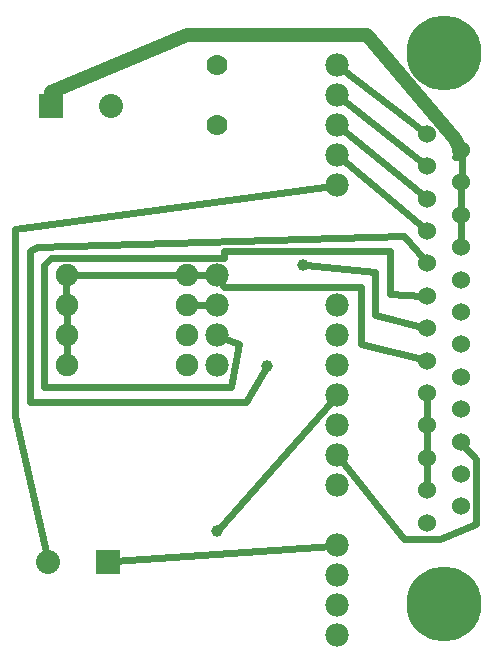
<source format=gbl>
G04 MADE WITH FRITZING*
G04 WWW.FRITZING.ORG*
G04 DOUBLE SIDED*
G04 HOLES PLATED*
G04 CONTOUR ON CENTER OF CONTOUR VECTOR*
%ASAXBY*%
%FSLAX23Y23*%
%MOIN*%
%OFA0B0*%
%SFA1.0B1.0*%
%ADD10C,0.078000*%
%ADD11C,0.080000*%
%ADD12C,0.075000*%
%ADD13C,0.060000*%
%ADD14C,0.250000*%
%ADD15C,0.070000*%
%ADD16C,0.039370*%
%ADD17R,0.080000X0.080000*%
%ADD18C,0.024000*%
%ADD19C,0.048000*%
%ADD20R,0.001000X0.001000*%
%LNCOPPER0*%
G90*
G70*
G54D10*
X2813Y2287D03*
X2813Y2187D03*
X2813Y2087D03*
X2813Y1987D03*
X2813Y1887D03*
X2813Y687D03*
X2813Y587D03*
X2813Y487D03*
X2813Y387D03*
X2413Y1587D03*
X2413Y1487D03*
X2413Y1387D03*
X2413Y1287D03*
G54D11*
X1858Y2152D03*
X2058Y2152D03*
X2048Y632D03*
X1848Y632D03*
G54D12*
X1913Y1287D03*
X2313Y1287D03*
X1913Y1387D03*
X2313Y1387D03*
X1913Y1487D03*
X2313Y1487D03*
X1913Y1587D03*
X2313Y1587D03*
G54D13*
X3113Y2059D03*
X3113Y1951D03*
X3113Y1843D03*
X3113Y1735D03*
X3113Y1627D03*
X3113Y1519D03*
X3113Y1411D03*
X3113Y1303D03*
X3113Y1195D03*
X3113Y1087D03*
X3113Y979D03*
X3113Y871D03*
X3113Y763D03*
X3225Y2005D03*
X3225Y1897D03*
X3225Y1789D03*
X3225Y1681D03*
X3225Y1573D03*
X3225Y1465D03*
X3225Y1357D03*
X3225Y1249D03*
X3225Y1141D03*
X3225Y1033D03*
X3225Y925D03*
X3225Y817D03*
G54D14*
X3169Y493D03*
X3169Y2329D03*
G54D10*
X2813Y1487D03*
X2813Y1387D03*
X2813Y1287D03*
X2813Y1187D03*
X2813Y1087D03*
X2813Y987D03*
X2813Y887D03*
G54D15*
X2413Y2087D03*
X2413Y2287D03*
G54D16*
X2412Y734D03*
X2700Y1622D03*
X2580Y1286D03*
G54D17*
X1858Y2152D03*
X2048Y632D03*
G54D18*
X1913Y1587D02*
X2295Y1587D01*
D02*
X2394Y1587D02*
X1913Y1587D01*
G54D19*
D02*
X1859Y2172D02*
X1860Y2198D01*
X1860Y2198D02*
X2313Y2387D01*
D02*
X2313Y2387D02*
X2913Y2387D01*
D02*
X2913Y2387D02*
X3204Y2042D01*
X3204Y2042D02*
X3216Y2021D01*
G54D18*
D02*
X2068Y634D02*
X2794Y686D01*
D02*
X2828Y2276D02*
X3099Y2070D01*
D02*
X3236Y1020D02*
X3276Y974D01*
X3276Y974D02*
X3276Y758D01*
X3276Y758D02*
X3156Y710D01*
X3156Y710D02*
X3036Y710D01*
X3036Y710D02*
X2825Y973D01*
D02*
X2417Y740D02*
X2800Y1173D01*
D02*
X2828Y1975D02*
X3100Y1747D01*
D02*
X2828Y2176D02*
X3099Y1962D01*
D02*
X2828Y2075D02*
X3099Y1854D01*
D02*
X2423Y1571D02*
X2436Y1550D01*
X2436Y1550D02*
X2892Y1550D01*
X2892Y1550D02*
X2892Y1358D01*
X2892Y1358D02*
X3096Y1308D01*
D02*
X2330Y1487D02*
X2394Y1487D01*
D02*
X3096Y1416D02*
X2940Y1454D01*
X2940Y1454D02*
X2940Y1598D01*
X2940Y1598D02*
X2708Y1621D01*
D02*
X3113Y962D02*
X3113Y889D01*
D02*
X3113Y1070D02*
X3113Y997D01*
D02*
X3113Y1178D02*
X3113Y1105D01*
D02*
X3095Y1520D02*
X2988Y1526D01*
X2988Y1526D02*
X2988Y1670D01*
X2988Y1670D02*
X2436Y1670D01*
X2436Y1670D02*
X2436Y1646D01*
X2436Y1646D02*
X1860Y1646D01*
X1860Y1646D02*
X1836Y1622D01*
X1836Y1622D02*
X1836Y1214D01*
X1836Y1214D02*
X2460Y1214D01*
X2460Y1214D02*
X2484Y1358D01*
X2484Y1358D02*
X2431Y1380D01*
D02*
X3102Y1641D02*
X3036Y1718D01*
X3036Y1718D02*
X1812Y1682D01*
X1812Y1682D02*
X1788Y1670D01*
X1788Y1670D02*
X1788Y1166D01*
X1788Y1166D02*
X2508Y1166D01*
X2508Y1166D02*
X2576Y1279D01*
D02*
X3225Y1880D02*
X3225Y1807D01*
D02*
X3225Y1699D02*
X3225Y1772D01*
D02*
X3213Y1992D02*
X3204Y1982D01*
X3204Y1982D02*
X3228Y1982D01*
X3228Y1982D02*
X3228Y1934D01*
X3228Y1934D02*
X3226Y1915D01*
D02*
X1913Y1370D02*
X1913Y1305D01*
D02*
X1913Y1470D02*
X1913Y1405D01*
D02*
X1911Y1570D02*
X1908Y1550D01*
X1908Y1550D02*
X1912Y1505D01*
D02*
X1844Y652D02*
X1740Y1118D01*
X1740Y1118D02*
X1740Y1742D01*
X1740Y1742D02*
X2794Y1885D01*
G54D20*
D02*
G04 End of Copper0*
M02*
</source>
